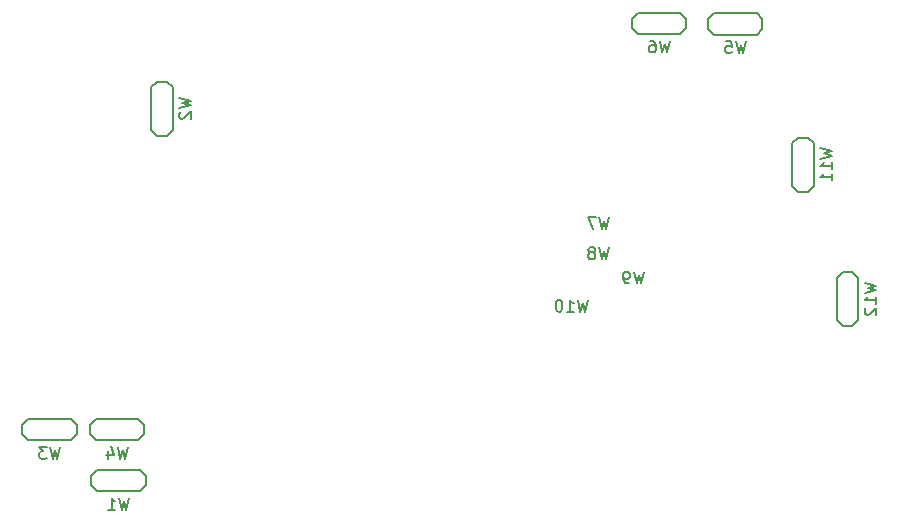
<source format=gbo>
G04 #@! TF.FileFunction,Legend,Bot*
%FSLAX46Y46*%
G04 Gerber Fmt 4.6, Leading zero omitted, Abs format (unit mm)*
G04 Created by KiCad (PCBNEW 4.0.5+dfsg1-4) date Wed Feb  8 16:57:30 2017*
%MOMM*%
%LPD*%
G01*
G04 APERTURE LIST*
%ADD10C,0.100000*%
%ADD11C,0.150000*%
G04 APERTURE END LIST*
D10*
D11*
X108690000Y-106056000D02*
X112290000Y-106056000D01*
X112290000Y-106056000D02*
X112790000Y-105556000D01*
X112790000Y-105556000D02*
X112790000Y-104756000D01*
X112790000Y-104756000D02*
X112290000Y-104256000D01*
X112290000Y-104256000D02*
X108690000Y-104256000D01*
X108690000Y-104256000D02*
X108190000Y-104756000D01*
X108190000Y-104756000D02*
X108190000Y-105556000D01*
X108190000Y-105556000D02*
X108690000Y-106056000D01*
X115073000Y-75460000D02*
X115073000Y-71860000D01*
X115073000Y-71860000D02*
X114573000Y-71360000D01*
X114573000Y-71360000D02*
X113773000Y-71360000D01*
X113773000Y-71360000D02*
X113273000Y-71860000D01*
X113273000Y-71860000D02*
X113273000Y-75460000D01*
X113273000Y-75460000D02*
X113773000Y-75960000D01*
X113773000Y-75960000D02*
X114573000Y-75960000D01*
X114573000Y-75960000D02*
X115073000Y-75460000D01*
X102848000Y-101738000D02*
X106448000Y-101738000D01*
X106448000Y-101738000D02*
X106948000Y-101238000D01*
X106948000Y-101238000D02*
X106948000Y-100438000D01*
X106948000Y-100438000D02*
X106448000Y-99938000D01*
X106448000Y-99938000D02*
X102848000Y-99938000D01*
X102848000Y-99938000D02*
X102348000Y-100438000D01*
X102348000Y-100438000D02*
X102348000Y-101238000D01*
X102348000Y-101238000D02*
X102848000Y-101738000D01*
X108563000Y-101738000D02*
X112163000Y-101738000D01*
X112163000Y-101738000D02*
X112663000Y-101238000D01*
X112663000Y-101238000D02*
X112663000Y-100438000D01*
X112663000Y-100438000D02*
X112163000Y-99938000D01*
X112163000Y-99938000D02*
X108563000Y-99938000D01*
X108563000Y-99938000D02*
X108063000Y-100438000D01*
X108063000Y-100438000D02*
X108063000Y-101238000D01*
X108063000Y-101238000D02*
X108563000Y-101738000D01*
X160912400Y-67397200D02*
X164512400Y-67397200D01*
X164512400Y-67397200D02*
X165012400Y-66897200D01*
X165012400Y-66897200D02*
X165012400Y-66097200D01*
X165012400Y-66097200D02*
X164512400Y-65597200D01*
X164512400Y-65597200D02*
X160912400Y-65597200D01*
X160912400Y-65597200D02*
X160412400Y-66097200D01*
X160412400Y-66097200D02*
X160412400Y-66897200D01*
X160412400Y-66897200D02*
X160912400Y-67397200D01*
X154460800Y-67346400D02*
X158060800Y-67346400D01*
X158060800Y-67346400D02*
X158560800Y-66846400D01*
X158560800Y-66846400D02*
X158560800Y-66046400D01*
X158560800Y-66046400D02*
X158060800Y-65546400D01*
X158060800Y-65546400D02*
X154460800Y-65546400D01*
X154460800Y-65546400D02*
X153960800Y-66046400D01*
X153960800Y-66046400D02*
X153960800Y-66846400D01*
X153960800Y-66846400D02*
X154460800Y-67346400D01*
X169356000Y-80206000D02*
X169356000Y-76606000D01*
X169356000Y-76606000D02*
X168856000Y-76106000D01*
X168856000Y-76106000D02*
X168056000Y-76106000D01*
X168056000Y-76106000D02*
X167556000Y-76606000D01*
X167556000Y-76606000D02*
X167556000Y-80206000D01*
X167556000Y-80206000D02*
X168056000Y-80706000D01*
X168056000Y-80706000D02*
X168856000Y-80706000D01*
X168856000Y-80706000D02*
X169356000Y-80206000D01*
X173112000Y-91589000D02*
X173112000Y-87989000D01*
X173112000Y-87989000D02*
X172612000Y-87489000D01*
X172612000Y-87489000D02*
X171812000Y-87489000D01*
X171812000Y-87489000D02*
X171312000Y-87989000D01*
X171312000Y-87989000D02*
X171312000Y-91589000D01*
X171312000Y-91589000D02*
X171812000Y-92089000D01*
X171812000Y-92089000D02*
X172612000Y-92089000D01*
X172612000Y-92089000D02*
X173112000Y-91589000D01*
X111394762Y-106608381D02*
X111156667Y-107608381D01*
X110966190Y-106894095D01*
X110775714Y-107608381D01*
X110537619Y-106608381D01*
X109632857Y-107608381D02*
X110204286Y-107608381D01*
X109918572Y-107608381D02*
X109918572Y-106608381D01*
X110013810Y-106751238D01*
X110109048Y-106846476D01*
X110204286Y-106894095D01*
X115625381Y-72755238D02*
X116625381Y-72993333D01*
X115911095Y-73183810D01*
X116625381Y-73374286D01*
X115625381Y-73612381D01*
X115720619Y-73945714D02*
X115673000Y-73993333D01*
X115625381Y-74088571D01*
X115625381Y-74326667D01*
X115673000Y-74421905D01*
X115720619Y-74469524D01*
X115815857Y-74517143D01*
X115911095Y-74517143D01*
X116053952Y-74469524D01*
X116625381Y-73898095D01*
X116625381Y-74517143D01*
X105552762Y-102290381D02*
X105314667Y-103290381D01*
X105124190Y-102576095D01*
X104933714Y-103290381D01*
X104695619Y-102290381D01*
X104409905Y-102290381D02*
X103790857Y-102290381D01*
X104124191Y-102671333D01*
X103981333Y-102671333D01*
X103886095Y-102718952D01*
X103838476Y-102766571D01*
X103790857Y-102861810D01*
X103790857Y-103099905D01*
X103838476Y-103195143D01*
X103886095Y-103242762D01*
X103981333Y-103290381D01*
X104267048Y-103290381D01*
X104362286Y-103242762D01*
X104409905Y-103195143D01*
X111267762Y-102290381D02*
X111029667Y-103290381D01*
X110839190Y-102576095D01*
X110648714Y-103290381D01*
X110410619Y-102290381D01*
X109601095Y-102623714D02*
X109601095Y-103290381D01*
X109839191Y-102242762D02*
X110077286Y-102957048D01*
X109458238Y-102957048D01*
X163617162Y-67949581D02*
X163379067Y-68949581D01*
X163188590Y-68235295D01*
X162998114Y-68949581D01*
X162760019Y-67949581D01*
X161902876Y-67949581D02*
X162379067Y-67949581D01*
X162426686Y-68425771D01*
X162379067Y-68378152D01*
X162283829Y-68330533D01*
X162045733Y-68330533D01*
X161950495Y-68378152D01*
X161902876Y-68425771D01*
X161855257Y-68521010D01*
X161855257Y-68759105D01*
X161902876Y-68854343D01*
X161950495Y-68901962D01*
X162045733Y-68949581D01*
X162283829Y-68949581D01*
X162379067Y-68901962D01*
X162426686Y-68854343D01*
X157165562Y-67898781D02*
X156927467Y-68898781D01*
X156736990Y-68184495D01*
X156546514Y-68898781D01*
X156308419Y-67898781D01*
X155498895Y-67898781D02*
X155689372Y-67898781D01*
X155784610Y-67946400D01*
X155832229Y-67994019D01*
X155927467Y-68136876D01*
X155975086Y-68327352D01*
X155975086Y-68708305D01*
X155927467Y-68803543D01*
X155879848Y-68851162D01*
X155784610Y-68898781D01*
X155594133Y-68898781D01*
X155498895Y-68851162D01*
X155451276Y-68803543D01*
X155403657Y-68708305D01*
X155403657Y-68470210D01*
X155451276Y-68374971D01*
X155498895Y-68327352D01*
X155594133Y-68279733D01*
X155784610Y-68279733D01*
X155879848Y-68327352D01*
X155927467Y-68374971D01*
X155975086Y-68470210D01*
X152034762Y-82859381D02*
X151796667Y-83859381D01*
X151606190Y-83145095D01*
X151415714Y-83859381D01*
X151177619Y-82859381D01*
X150891905Y-82859381D02*
X150225238Y-82859381D01*
X150653810Y-83859381D01*
X152034762Y-85399381D02*
X151796667Y-86399381D01*
X151606190Y-85685095D01*
X151415714Y-86399381D01*
X151177619Y-85399381D01*
X150653810Y-85827952D02*
X150749048Y-85780333D01*
X150796667Y-85732714D01*
X150844286Y-85637476D01*
X150844286Y-85589857D01*
X150796667Y-85494619D01*
X150749048Y-85447000D01*
X150653810Y-85399381D01*
X150463333Y-85399381D01*
X150368095Y-85447000D01*
X150320476Y-85494619D01*
X150272857Y-85589857D01*
X150272857Y-85637476D01*
X150320476Y-85732714D01*
X150368095Y-85780333D01*
X150463333Y-85827952D01*
X150653810Y-85827952D01*
X150749048Y-85875571D01*
X150796667Y-85923190D01*
X150844286Y-86018429D01*
X150844286Y-86208905D01*
X150796667Y-86304143D01*
X150749048Y-86351762D01*
X150653810Y-86399381D01*
X150463333Y-86399381D01*
X150368095Y-86351762D01*
X150320476Y-86304143D01*
X150272857Y-86208905D01*
X150272857Y-86018429D01*
X150320476Y-85923190D01*
X150368095Y-85875571D01*
X150463333Y-85827952D01*
X154981162Y-87456781D02*
X154743067Y-88456781D01*
X154552590Y-87742495D01*
X154362114Y-88456781D01*
X154124019Y-87456781D01*
X153695448Y-88456781D02*
X153504972Y-88456781D01*
X153409733Y-88409162D01*
X153362114Y-88361543D01*
X153266876Y-88218686D01*
X153219257Y-88028210D01*
X153219257Y-87647257D01*
X153266876Y-87552019D01*
X153314495Y-87504400D01*
X153409733Y-87456781D01*
X153600210Y-87456781D01*
X153695448Y-87504400D01*
X153743067Y-87552019D01*
X153790686Y-87647257D01*
X153790686Y-87885352D01*
X153743067Y-87980590D01*
X153695448Y-88028210D01*
X153600210Y-88075829D01*
X153409733Y-88075829D01*
X153314495Y-88028210D01*
X153266876Y-87980590D01*
X153219257Y-87885352D01*
X150224952Y-89844381D02*
X149986857Y-90844381D01*
X149796380Y-90130095D01*
X149605904Y-90844381D01*
X149367809Y-89844381D01*
X148463047Y-90844381D02*
X149034476Y-90844381D01*
X148748762Y-90844381D02*
X148748762Y-89844381D01*
X148844000Y-89987238D01*
X148939238Y-90082476D01*
X149034476Y-90130095D01*
X147844000Y-89844381D02*
X147748761Y-89844381D01*
X147653523Y-89892000D01*
X147605904Y-89939619D01*
X147558285Y-90034857D01*
X147510666Y-90225333D01*
X147510666Y-90463429D01*
X147558285Y-90653905D01*
X147605904Y-90749143D01*
X147653523Y-90796762D01*
X147748761Y-90844381D01*
X147844000Y-90844381D01*
X147939238Y-90796762D01*
X147986857Y-90749143D01*
X148034476Y-90653905D01*
X148082095Y-90463429D01*
X148082095Y-90225333D01*
X148034476Y-90034857D01*
X147986857Y-89939619D01*
X147939238Y-89892000D01*
X147844000Y-89844381D01*
X169908381Y-77025048D02*
X170908381Y-77263143D01*
X170194095Y-77453620D01*
X170908381Y-77644096D01*
X169908381Y-77882191D01*
X170908381Y-78786953D02*
X170908381Y-78215524D01*
X170908381Y-78501238D02*
X169908381Y-78501238D01*
X170051238Y-78406000D01*
X170146476Y-78310762D01*
X170194095Y-78215524D01*
X170908381Y-79739334D02*
X170908381Y-79167905D01*
X170908381Y-79453619D02*
X169908381Y-79453619D01*
X170051238Y-79358381D01*
X170146476Y-79263143D01*
X170194095Y-79167905D01*
X173664381Y-88408048D02*
X174664381Y-88646143D01*
X173950095Y-88836620D01*
X174664381Y-89027096D01*
X173664381Y-89265191D01*
X174664381Y-90169953D02*
X174664381Y-89598524D01*
X174664381Y-89884238D02*
X173664381Y-89884238D01*
X173807238Y-89789000D01*
X173902476Y-89693762D01*
X173950095Y-89598524D01*
X173759619Y-90550905D02*
X173712000Y-90598524D01*
X173664381Y-90693762D01*
X173664381Y-90931858D01*
X173712000Y-91027096D01*
X173759619Y-91074715D01*
X173854857Y-91122334D01*
X173950095Y-91122334D01*
X174092952Y-91074715D01*
X174664381Y-90503286D01*
X174664381Y-91122334D01*
M02*

</source>
